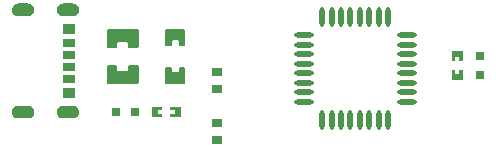
<source format=gtp>
G04 Layer: TopPasteMaskLayer*
G04 EasyEDA v6.5.42, 2024-06-29 11:35:46*
G04 3b8aa43405674a7c8d552062a6d3ea0b,8e72fd04a6c14d66a7e837eb9aaabff2,10*
G04 Gerber Generator version 0.2*
G04 Scale: 100 percent, Rotated: No, Reflected: No *
G04 Dimensions in millimeters *
G04 leading zeros omitted , absolute positions ,4 integer and 5 decimal *
%FSLAX45Y45*%
%MOMM*%

%ADD10R,0.8000X0.8000*%
%ADD11R,0.9000X0.8000*%
%ADD12O,0.4500118X1.6500094*%
%ADD13O,1.6500094X0.4500118*%

%LPD*%
G36*
X1417218Y1124508D02*
G01*
X1412189Y1119479D01*
X1412189Y1039520D01*
X1417218Y1034491D01*
X1497177Y1034491D01*
X1502206Y1039520D01*
X1502206Y1062278D01*
X1465224Y1062278D01*
X1465224Y1095298D01*
X1502206Y1095298D01*
X1502206Y1119479D01*
X1497177Y1124508D01*
G37*
G36*
X1577187Y1124508D02*
G01*
X1572209Y1119479D01*
X1572209Y1095298D01*
X1610207Y1095298D01*
X1610207Y1062278D01*
X1572209Y1062278D01*
X1572209Y1039520D01*
X1577187Y1034491D01*
X1656181Y1034491D01*
X1661210Y1039520D01*
X1661210Y1119479D01*
X1656181Y1124508D01*
G37*
G36*
X3960520Y1597710D02*
G01*
X3955491Y1592681D01*
X3955491Y1512722D01*
X3960520Y1507693D01*
X3983278Y1507693D01*
X3983278Y1544726D01*
X4016298Y1544726D01*
X4016298Y1507693D01*
X4040479Y1507693D01*
X4045508Y1512722D01*
X4045508Y1592681D01*
X4040479Y1597710D01*
G37*
G36*
X3960520Y1437690D02*
G01*
X3955491Y1432712D01*
X3955491Y1353718D01*
X3960520Y1348689D01*
X4040479Y1348689D01*
X4045508Y1353718D01*
X4045508Y1432712D01*
X4040479Y1437690D01*
X4016298Y1437690D01*
X4016298Y1399692D01*
X3983278Y1399692D01*
X3983278Y1437690D01*
G37*
G36*
X1536496Y1464411D02*
G01*
X1526489Y1454404D01*
X1526489Y1325880D01*
X1536496Y1315923D01*
X1689303Y1315923D01*
X1699310Y1325880D01*
X1699310Y1454404D01*
X1689303Y1464411D01*
X1652270Y1464411D01*
X1642262Y1454404D01*
X1642262Y1423924D01*
X1632254Y1413916D01*
X1593545Y1413916D01*
X1583537Y1423924D01*
X1583537Y1454404D01*
X1573530Y1464411D01*
G37*
G36*
X1536496Y1782876D02*
G01*
X1526489Y1772920D01*
X1526489Y1644396D01*
X1536496Y1634388D01*
X1573530Y1634388D01*
X1583537Y1644396D01*
X1583537Y1674875D01*
X1593545Y1684883D01*
X1632254Y1684883D01*
X1642262Y1674875D01*
X1642262Y1644396D01*
X1652270Y1634388D01*
X1689303Y1634388D01*
X1699310Y1644396D01*
X1699310Y1772920D01*
X1689303Y1782876D01*
G37*
G36*
X1043381Y1479397D02*
G01*
X1033424Y1469390D01*
X1033424Y1325880D01*
X1043381Y1315923D01*
X1293418Y1315923D01*
X1303426Y1325880D01*
X1303426Y1469390D01*
X1293418Y1479397D01*
X1224280Y1479397D01*
X1214323Y1469390D01*
X1214323Y1433830D01*
X1204315Y1423822D01*
X1132484Y1423822D01*
X1122476Y1433830D01*
X1122476Y1469390D01*
X1112520Y1479397D01*
G37*
G36*
X1043381Y1782876D02*
G01*
X1033424Y1772920D01*
X1033424Y1629410D01*
X1043381Y1619402D01*
X1112520Y1619402D01*
X1122476Y1629410D01*
X1122476Y1664970D01*
X1132484Y1674977D01*
X1204315Y1674977D01*
X1214323Y1664970D01*
X1214323Y1629410D01*
X1224280Y1619402D01*
X1293418Y1619402D01*
X1303426Y1629410D01*
X1303426Y1772920D01*
X1293418Y1782876D01*
G37*
G36*
X664464Y1998268D02*
G01*
X657707Y1997862D01*
X651052Y1996643D01*
X647801Y1995728D01*
X641451Y1993239D01*
X635508Y1990039D01*
X629970Y1986127D01*
X627380Y1983943D01*
X622706Y1979066D01*
X618591Y1973681D01*
X615238Y1967788D01*
X612597Y1961591D01*
X611530Y1958339D01*
X610108Y1951736D01*
X609498Y1944979D01*
X609701Y1938223D01*
X610717Y1931517D01*
X611530Y1928215D01*
X613816Y1921865D01*
X616813Y1915769D01*
X620572Y1910130D01*
X624992Y1905000D01*
X629970Y1900428D01*
X635508Y1896516D01*
X641451Y1893316D01*
X647801Y1890877D01*
X654354Y1889201D01*
X661060Y1888388D01*
X744474Y1888286D01*
X751230Y1888693D01*
X754583Y1889201D01*
X761136Y1890877D01*
X767435Y1893316D01*
X773430Y1896516D01*
X778916Y1900428D01*
X783945Y1905000D01*
X788365Y1910130D01*
X792073Y1915769D01*
X795121Y1921865D01*
X797356Y1928215D01*
X798830Y1934870D01*
X799439Y1941575D01*
X799236Y1948383D01*
X798830Y1951736D01*
X797356Y1958339D01*
X795121Y1964740D01*
X792073Y1970786D01*
X788365Y1976424D01*
X783945Y1981555D01*
X778916Y1986127D01*
X773430Y1990039D01*
X770483Y1991766D01*
X764336Y1994560D01*
X761136Y1995728D01*
X754583Y1997354D01*
X747826Y1998167D01*
G37*
G36*
X664464Y1134313D02*
G01*
X657707Y1133906D01*
X654354Y1133398D01*
X647801Y1131722D01*
X641451Y1129284D01*
X635508Y1126083D01*
X629970Y1122172D01*
X624992Y1117600D01*
X620572Y1112469D01*
X616813Y1106830D01*
X613816Y1100734D01*
X611530Y1094384D01*
X610108Y1087729D01*
X609498Y1081024D01*
X609701Y1074216D01*
X610717Y1067562D01*
X611530Y1064260D01*
X613816Y1057859D01*
X616813Y1051814D01*
X620572Y1046175D01*
X624992Y1041044D01*
X627380Y1038656D01*
X632663Y1034440D01*
X638454Y1030833D01*
X644601Y1028039D01*
X647801Y1026871D01*
X654354Y1025245D01*
X661060Y1024432D01*
X744474Y1024331D01*
X751230Y1024737D01*
X757885Y1025956D01*
X761136Y1026871D01*
X767435Y1029360D01*
X770483Y1030833D01*
X776224Y1034440D01*
X781507Y1038656D01*
X786231Y1043533D01*
X790295Y1048918D01*
X793699Y1054811D01*
X796340Y1061008D01*
X798169Y1067562D01*
X798830Y1070864D01*
X799439Y1077620D01*
X799236Y1084376D01*
X798169Y1091082D01*
X796340Y1097584D01*
X793699Y1103833D01*
X790295Y1109675D01*
X786231Y1115110D01*
X781507Y1119936D01*
X776224Y1124204D01*
X770483Y1127760D01*
X764336Y1130604D01*
X757885Y1132636D01*
X754583Y1133398D01*
X747826Y1134211D01*
G37*
G36*
X284429Y1998268D02*
G01*
X277672Y1997862D01*
X271018Y1996643D01*
X267766Y1995728D01*
X261467Y1993239D01*
X258419Y1991766D01*
X252679Y1988159D01*
X247396Y1983943D01*
X242671Y1979066D01*
X238607Y1973681D01*
X235204Y1967788D01*
X232562Y1961591D01*
X230733Y1955038D01*
X230073Y1951736D01*
X229463Y1944979D01*
X229666Y1938223D01*
X230733Y1931517D01*
X232562Y1925015D01*
X235204Y1918766D01*
X238607Y1912924D01*
X242671Y1907489D01*
X247396Y1902663D01*
X252679Y1898396D01*
X258419Y1894839D01*
X264566Y1891995D01*
X271018Y1889963D01*
X274320Y1889201D01*
X281076Y1888388D01*
X364439Y1888286D01*
X371195Y1888693D01*
X374548Y1889201D01*
X381101Y1890877D01*
X387451Y1893316D01*
X393395Y1896516D01*
X398932Y1900428D01*
X403910Y1905000D01*
X408330Y1910130D01*
X412089Y1915769D01*
X415086Y1921865D01*
X417372Y1928215D01*
X418795Y1934870D01*
X419404Y1941575D01*
X419201Y1948383D01*
X418185Y1955038D01*
X417372Y1958339D01*
X415086Y1964740D01*
X412089Y1970786D01*
X408330Y1976424D01*
X403910Y1981555D01*
X401523Y1983943D01*
X396240Y1988159D01*
X390448Y1991766D01*
X384302Y1994560D01*
X381101Y1995728D01*
X374548Y1997354D01*
X367842Y1998167D01*
G37*
G36*
X284429Y1134313D02*
G01*
X277672Y1133906D01*
X274320Y1133398D01*
X267766Y1131722D01*
X261467Y1129284D01*
X255473Y1126083D01*
X249986Y1122172D01*
X244957Y1117600D01*
X240538Y1112469D01*
X236829Y1106830D01*
X233781Y1100734D01*
X231546Y1094384D01*
X230073Y1087729D01*
X229463Y1081024D01*
X229666Y1074216D01*
X230073Y1070864D01*
X231546Y1064260D01*
X233781Y1057859D01*
X236829Y1051814D01*
X240538Y1046175D01*
X244957Y1041044D01*
X249986Y1036472D01*
X255473Y1032560D01*
X258419Y1030833D01*
X264566Y1028039D01*
X267766Y1026871D01*
X274320Y1025245D01*
X281076Y1024432D01*
X364439Y1024331D01*
X371195Y1024737D01*
X377850Y1025956D01*
X381101Y1026871D01*
X387451Y1029360D01*
X393395Y1032560D01*
X398932Y1036472D01*
X401523Y1038656D01*
X406196Y1043533D01*
X410311Y1048918D01*
X413664Y1054811D01*
X416306Y1061008D01*
X417372Y1064260D01*
X418795Y1070864D01*
X419404Y1077620D01*
X419201Y1084376D01*
X418185Y1091082D01*
X417372Y1094384D01*
X415086Y1100734D01*
X412089Y1106830D01*
X408330Y1112469D01*
X403910Y1117600D01*
X398932Y1122172D01*
X393395Y1126083D01*
X387451Y1129284D01*
X381101Y1131722D01*
X374548Y1133398D01*
X367842Y1134211D01*
G37*
G36*
X666953Y1821281D02*
G01*
X666953Y1741271D01*
X766978Y1741271D01*
X766978Y1821281D01*
G37*
G36*
X666953Y1696313D02*
G01*
X666953Y1626311D01*
X766978Y1626311D01*
X766978Y1696313D01*
G37*
G36*
X666953Y1596288D02*
G01*
X666953Y1526286D01*
X766978Y1526286D01*
X766978Y1596288D01*
G37*
G36*
X666953Y1496314D02*
G01*
X666953Y1426311D01*
X766978Y1426311D01*
X766978Y1496314D01*
G37*
G36*
X666953Y1396288D02*
G01*
X666953Y1326286D01*
X766978Y1326286D01*
X766978Y1396288D01*
G37*
G36*
X666953Y1281328D02*
G01*
X666953Y1201318D01*
X766978Y1201318D01*
X766978Y1281328D01*
G37*
D10*
G01*
X4191000Y1393266D03*
G01*
X4191000Y1553159D03*
G01*
X1273733Y1079500D03*
G01*
X1113840Y1079500D03*
D11*
G01*
X1968500Y984402D03*
G01*
X1968500Y844397D03*
G01*
X1968500Y1276197D03*
G01*
X1968500Y1416202D03*
D12*
G01*
X2856890Y1885950D03*
G01*
X2936900Y1885950D03*
G01*
X3016910Y1885950D03*
G01*
X3096895Y1885950D03*
G01*
X3176904Y1885950D03*
G01*
X3256889Y1885950D03*
G01*
X3336899Y1885950D03*
G01*
X3416909Y1885950D03*
D13*
G01*
X3573779Y1727809D03*
G01*
X3573779Y1647799D03*
G01*
X3573779Y1567789D03*
G01*
X3573779Y1487804D03*
G01*
X3573779Y1407795D03*
G01*
X3573779Y1327810D03*
G01*
X3573779Y1247800D03*
G01*
X3573779Y1167790D03*
D12*
G01*
X3416909Y1009650D03*
G01*
X3336899Y1009650D03*
G01*
X3256889Y1009650D03*
G01*
X3176904Y1009650D03*
G01*
X3096895Y1009650D03*
G01*
X3016910Y1009650D03*
G01*
X2936900Y1009650D03*
G01*
X2856890Y1009650D03*
D13*
G01*
X2700020Y1167790D03*
G01*
X2700020Y1247800D03*
G01*
X2700020Y1327810D03*
G01*
X2700020Y1407795D03*
G01*
X2700020Y1487804D03*
G01*
X2700020Y1567789D03*
G01*
X2700020Y1647799D03*
G01*
X2700020Y1727809D03*
M02*

</source>
